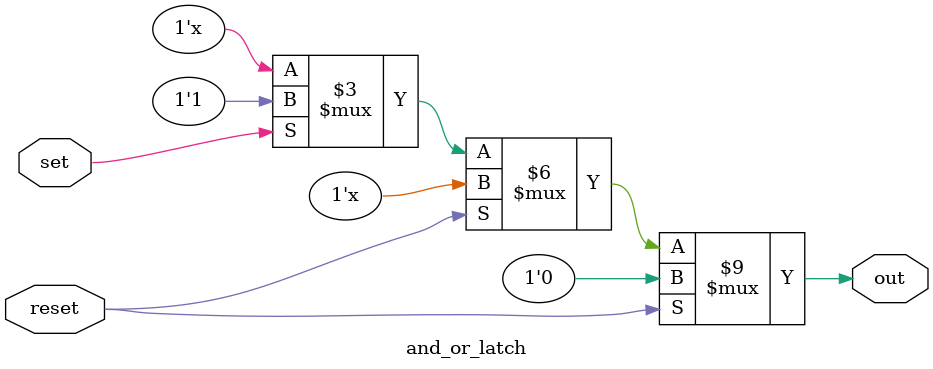
<source format=v>
module d_latch (
    input wire data,
    input wire rw,
    output reg out
);
    always @(*) begin
        if (rw) out = data;
    end
endmodule

module and_or_latch (
    input wire set,
    input wire reset,
    output reg out
);
    always @(*) begin
        if (reset) out = 0;
        else if (set) out = 1;
        else out = out;
    end
endmodule
</source>
